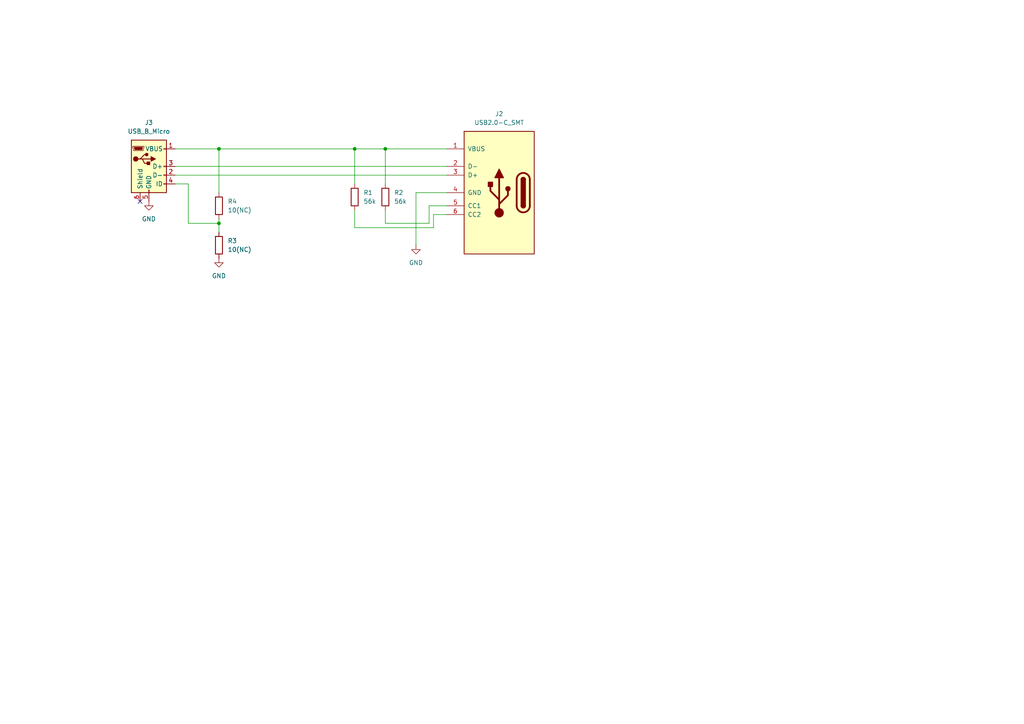
<source format=kicad_sch>
(kicad_sch (version 20231120) (generator "eeschema") (generator_version "8.0")
  (paper "A4")
  (title_block (title "USB MM-CF Adapter") (rev "v1.0.0") (company "Atsushi Morimoto (@74th)"))
  (lib_symbols
    (symbol "74th_Interface:USB_TypeC-2.0_Receptacle" (pin_names (offset 1.016))
      (property "Reference" "J" (at -10.16 19.05 0))
      (property "Value" "USB2.0-C_SMT" (at 15.24 19.05 0))
      (symbol "USB_TypeC-2.0_Receptacle_0_1"
        (rectangle (start -10.16 17.78) (end 10.16 -17.78) (stroke (width 0.254)) (fill (type background)))
        (arc (start -8.89 -3.81) (mid -6.985 -5.7067) (end -5.08 -3.81) (stroke (width 0.508)))
        (arc (start -7.62 -3.81) (mid -6.985 -4.4423) (end -6.35 -3.81) (stroke (width 0.254)))
        (arc (start -7.62 -3.81) (mid -6.985 -4.4423) (end -6.35 -3.81) (stroke (width 0.254)) (fill (type outline)))
        (rectangle (start -7.62 -3.81) (end -6.35 3.81) (stroke (width 0.254)) (fill (type outline)))
        (arc (start -6.35 3.81) (mid -6.985 4.4423) (end -7.62 3.81) (stroke (width 0.254)))
        (arc (start -6.35 3.81) (mid -6.985 4.4423) (end -7.62 3.81) (stroke (width 0.254)) (fill (type outline)))
        (arc (start -5.08 3.81) (mid -6.985 5.7067) (end -8.89 3.81) (stroke (width 0.508)))
        (circle (center -2.54 1.143) (radius 0.635) (stroke (width 0.254)) (fill (type outline)))
        (circle (center 0 -5.842) (radius 1.27) (fill (type outline)))
        (polyline (pts (xy -8.89 -3.81) (xy -8.89 3.81)) (stroke (width 0.508)))
        (polyline (pts (xy -5.08 3.81) (xy -5.08 -3.81)) (stroke (width 0.508)))
        (polyline (pts (xy 0 -5.842) (xy 0 4.318)) (stroke (width 0.508)))
        (polyline (pts (xy 0 -3.302) (xy -2.54 -0.762) (xy -2.54 0.508)) (stroke (width 0.508)))
        (polyline (pts (xy 0 -2.032) (xy 2.54 0.508) (xy 2.54 1.778)) (stroke (width 0.508)))
        (polyline (pts (xy -1.27 4.318) (xy 0 6.858) (xy 1.27 4.318) (xy -1.27 4.318)) (stroke (width 0.254)) (fill (type outline)))
        (rectangle (start 1.905 1.778) (end 3.175 3.048) (stroke (width 0.254)) (fill (type outline)))
      )
      (symbol "USB_TypeC-2.0_Receptacle_1_1"
        (pin power_out line (at 15.24 12.7 180) (length 5.08) (name "VBUS") (number "1"))
        (pin bidirectional line (at 15.24 7.62 180) (length 5.08) (name "D-") (number "2"))
        (pin bidirectional line (at 15.24 5.08 180) (length 5.08) (name "D+") (number "3"))
        (pin power_out line (at 15.24 0 180) (length 5.08) (name "GND") (number "4"))
        (pin input line (at 15.24 -3.81 180) (length 5.08) (name "CC1") (number "5"))
        (pin input line (at 15.24 -6.35 180) (length 5.08) (name "CC2") (number "6"))
      )
    )
    (symbol "Connector:USB_B_Micro" (pin_names (offset 1.016))
      (property "Reference" "J" (at -5.08 11.43 0))
      (property "Value" "USB_B_Micro" (at -5.08 8.89 0))
      (symbol "USB_B_Micro_0_1"
        (rectangle (start -5.08 -7.62) (end 5.08 7.62) (stroke (width 0.254)) (fill (type background)))
        (circle (center -3.81 2.159) (radius 0.635) (stroke (width 0.254)) (fill (type outline)))
        (circle (center -0.635 3.429) (radius 0.381) (stroke (width 0.254)) (fill (type outline)))
        (rectangle (start -0.127 -7.62) (end 0.127 -6.858))
        (polyline (pts (xy -1.905 2.159) (xy 0.635 2.159)) (stroke (width 0.254)))
        (polyline (pts (xy -3.175 2.159) (xy -2.54 2.159) (xy -1.27 3.429) (xy -0.635 3.429)) (stroke (width 0.254)))
        (polyline (pts (xy -2.54 2.159) (xy -1.905 2.159) (xy -1.27 0.889) (xy 0 0.889)) (stroke (width 0.254)))
        (polyline (pts (xy 0.635 2.794) (xy 0.635 1.524) (xy 1.905 2.159) (xy 0.635 2.794)) (stroke (width 0.254)) (fill (type outline)))
        (polyline (pts (xy -4.318 5.588) (xy -1.778 5.588) (xy -2.032 4.826) (xy -4.064 4.826) (xy -4.318 5.588)) (fill (type outline)))
        (polyline (pts (xy -4.699 5.842) (xy -4.699 5.588) (xy -4.445 4.826) (xy -4.445 4.572) (xy -1.651 4.572) (xy -1.651 4.826) (xy -1.397 5.588) (xy -1.397 5.842) (xy -4.699 5.842)))
        (rectangle (start 0.254 1.27) (end -0.508 0.508) (stroke (width 0.254)) (fill (type outline)))
        (rectangle (start 5.08 -5.207) (end 4.318 -4.953))
        (rectangle (start 5.08 -2.667) (end 4.318 -2.413))
        (rectangle (start 5.08 -0.127) (end 4.318 0.127))
        (rectangle (start 5.08 4.953) (end 4.318 5.207))
      )
      (symbol "USB_B_Micro_1_1"
        (pin power_out line (at 7.62 5.08 180) (length 2.54) (name "VBUS") (number "1"))
        (pin bidirectional line (at 7.62 -2.54 180) (length 2.54) (name "D-") (number "2"))
        (pin bidirectional line (at 7.62 0 180) (length 2.54) (name "D+") (number "3"))
        (pin passive line (at 7.62 -5.08 180) (length 2.54) (name "ID") (number "4"))
        (pin power_out line (at 0 -10.16 90) (length 2.54) (name "GND") (number "5"))
        (pin passive line (at -2.54 -10.16 90) (length 2.54) (name "Shield") (number "6"))
      )
    )
    (symbol "Device:R" (pin_numbers hide) (pin_names (offset 0))
      (property "Reference" "R" (at 2.032 0 90))
      (property "Value" "R" (at 0 0 90))
      (symbol "R_0_1"
        (rectangle (start -1.016 -2.54) (end 1.016 2.54) (stroke (width 0.254)))
      )
      (symbol "R_1_1"
        (pin passive line (at 0 3.81 270) (length 1.27) (name "~") (number "1"))
        (pin passive line (at 0 -3.81 90) (length 1.27) (name "~") (number "2"))
      )
    )
    (symbol "power:GND" (power) (pin_numbers hide) (pin_names (offset 0) hide)
      (property "Value" "GND" (at 0 -3.81 0))
      (symbol "GND_0_1"
        (polyline (pts (xy 0 0) (xy 0 -1.27) (xy 1.27 -1.27) (xy 0 -2.54) (xy -1.27 -1.27) (xy 0 -1.27)))
      )
      (symbol "GND_1_1"
        (pin power_in line (at 0 0 270) (length 0) (name "~") (number "1"))
      )
    )
  )
  (junction (at 111.76 43.18))
  (junction (at 102.87 43.18))
  (junction (at 63.5 43.18))
  (junction (at 63.5 64.77))
  (no_connect (at 40.64 58.42))
  (wire (pts (xy 50.8 50.8) (xy 129.54 50.8)))
  (wire (pts (xy 111.76 64.77) (xy 124.46 64.77)))
  (wire (pts (xy 111.76 43.18) (xy 111.76 53.34)))
  (wire (pts (xy 54.61 53.34) (xy 54.61 64.77)))
  (wire (pts (xy 125.73 66.04) (xy 125.73 62.23)))
  (wire (pts (xy 125.73 62.23) (xy 129.54 62.23)))
  (wire (pts (xy 50.8 53.34) (xy 54.61 53.34)))
  (wire (pts (xy 124.46 59.69) (xy 129.54 59.69)))
  (wire (pts (xy 102.87 66.04) (xy 102.87 60.96)))
  (wire (pts (xy 111.76 43.18) (xy 129.54 43.18)))
  (wire (pts (xy 111.76 64.77) (xy 111.76 60.96)))
  (wire (pts (xy 120.65 55.88) (xy 129.54 55.88)))
  (wire (pts (xy 63.5 43.18) (xy 63.5 55.88)))
  (wire (pts (xy 120.65 71.12) (xy 120.65 55.88)))
  (wire (pts (xy 50.8 48.26) (xy 129.54 48.26)))
  (wire (pts (xy 102.87 43.18) (xy 102.87 53.34)))
  (wire (pts (xy 63.5 43.18) (xy 102.87 43.18)))
  (wire (pts (xy 63.5 64.77) (xy 63.5 67.31)))
  (wire (pts (xy 54.61 64.77) (xy 63.5 64.77)))
  (wire (pts (xy 102.87 66.04) (xy 125.73 66.04)))
  (wire (pts (xy 50.8 43.18) (xy 63.5 43.18)))
  (wire (pts (xy 102.87 43.18) (xy 111.76 43.18)))
  (wire (pts (xy 63.5 64.77) (xy 63.5 63.5)))
  (wire (pts (xy 124.46 64.77) (xy 124.46 59.69)))
  (symbol (lib_id "power:GND") (at 63.5 74.93 0) (unit 1)
    (property "Reference" "#PWR03" (effects (hide yes)))
    (property "Value" "GND" (at 63.5 80.01 0))
    (property "Description" "Power symbol creates a global label with name \"GND\" , ground" (effects (hide yes)))
  )
  (symbol (lib_id "Device:R") (at 63.5 71.12 0) (unit 1)
    (property "Reference" "R3" (at 66.04 69.8499 0) (effects (justify left)))
    (property "Value" "10(NC)" (at 66.04 72.3899 0) (effects (justify left)))
    (property "Footprint" "74th:Register_0603_1608" (effects (hide yes)))
    (property "Description" "Resistor" (effects (hide yes)))
  )
  (symbol (lib_id "74th_Interface:USB_TypeC-2.0_Receptacle") (at 144.78 55.88 0) (mirror y) (unit 1)
    (property "Reference" "J2" (at 144.78 33.02 0))
    (property "Value" "USB2.0-C_SMT" (at 144.78 35.56 0))
    (property "Footprint" "74th:Connector_USB-C-Receptacle_SMT_12-Pin_Simple" (effects (hide yes)))
    (property "Datasheet" "https://www.usb.org/sites/default/files/documents/usb_type-c.zip" (effects (hide yes)))
    (property "Description" "USB 2.0-only Type-C Plug connector" (effects (hide yes)))
  )
  (symbol (lib_id "Connector:USB_B_Micro") (at 43.18 48.26 0) (unit 1)
    (property "Reference" "J3" (at 43.18 35.56 0))
    (property "Value" "USB_B_Micro" (at 43.18 38.1 0))
    (property "Footprint" "74th:Connector_USB-Micro-Plug_SMD" (effects (hide yes)))
    (property "Description" "USB Micro Type B connector" (effects (hide yes)))
  )
  (symbol (lib_id "power:GND") (at 120.65 71.12 0) (unit 1)
    (property "Reference" "#PWR02" (effects (hide yes)))
    (property "Value" "GND" (at 120.65 76.2 0))
    (property "Description" "Power symbol creates a global label with name \"GND\" , ground" (effects (hide yes)))
  )
  (symbol (lib_id "power:GND") (at 43.18 58.42 0) (unit 1)
    (property "Reference" "#PWR01" (effects (hide yes)))
    (property "Value" "GND" (at 43.18 63.5 0))
    (property "Description" "Power symbol creates a global label with name \"GND\" , ground" (effects (hide yes)))
  )
  (symbol (lib_id "Device:R") (at 102.87 57.15 0) (unit 1)
    (property "Reference" "R1" (at 105.41 55.8799 0) (effects (justify left)))
    (property "Value" "56k" (at 105.41 58.4199 0) (effects (justify left)))
    (property "Footprint" "74th:Register_0603_1608" (effects (hide yes)))
    (property "Description" "Resistor" (effects (hide yes)))
  )
  (symbol (lib_id "Device:R") (at 63.5 59.69 0) (unit 1)
    (property "Reference" "R4" (at 66.04 58.4199 0) (effects (justify left)))
    (property "Value" "10(NC)" (at 66.04 60.9599 0) (effects (justify left)))
    (property "Footprint" "74th:Register_0603_1608" (effects (hide yes)))
    (property "Description" "Resistor" (effects (hide yes)))
  )
  (symbol (lib_id "Device:R") (at 111.76 57.15 0) (unit 1)
    (property "Reference" "R2" (at 114.3 55.8799 0) (effects (justify left)))
    (property "Value" "56k" (at 114.3 58.4199 0) (effects (justify left)))
    (property "Footprint" "74th:Register_0603_1608" (effects (hide yes)))
    (property "Description" "Resistor" (effects (hide yes)))
  )
)
</source>
